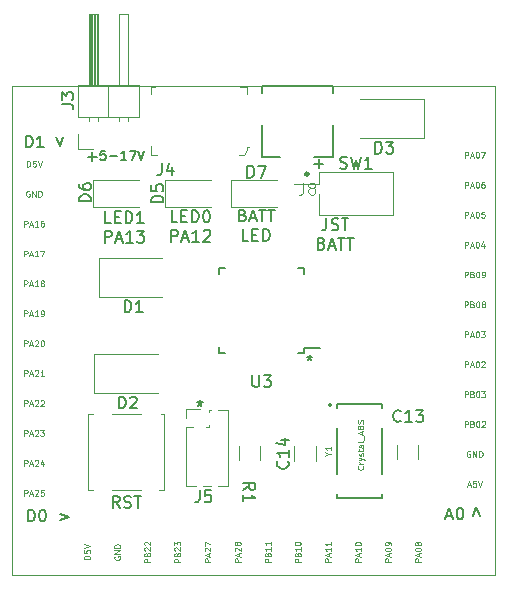
<source format=gbr>
G04 #@! TF.GenerationSoftware,KiCad,Pcbnew,(5.1.4)-1*
G04 #@! TF.CreationDate,2019-10-22T03:03:10-07:00*
G04 #@! TF.ProjectId,SAM_breakout_board,53414d5f-6272-4656-916b-6f75745f626f,rev?*
G04 #@! TF.SameCoordinates,PXd33a380PY5dfc8c0*
G04 #@! TF.FileFunction,Legend,Top*
G04 #@! TF.FilePolarity,Positive*
%FSLAX46Y46*%
G04 Gerber Fmt 4.6, Leading zero omitted, Abs format (unit mm)*
G04 Created by KiCad (PCBNEW (5.1.4)-1) date 2019-10-22 03:03:10*
%MOMM*%
%LPD*%
G04 APERTURE LIST*
%ADD10C,0.150000*%
%ADD11C,0.100000*%
%ADD12C,0.050000*%
%ADD13C,0.200660*%
%ADD14C,0.120000*%
%ADD15C,0.300000*%
%ADD16C,0.127000*%
%ADD17C,0.124460*%
G04 APERTURE END LIST*
D10*
X-31069233Y28437532D02*
X-30307328Y28437532D01*
X-30688280Y28056580D02*
X-30688280Y28818484D01*
X-40777160Y8396220D02*
X-40777160Y8158124D01*
X-41015256Y8253362D02*
X-40777160Y8158124D01*
X-40539065Y8253362D01*
X-40920018Y7967648D02*
X-40777160Y8158124D01*
X-40634303Y7967648D01*
X-31480760Y12226540D02*
X-31480760Y11988444D01*
X-31718856Y12083682D02*
X-31480760Y11988444D01*
X-31242665Y12083682D01*
X-31623618Y11797968D02*
X-31480760Y11988444D01*
X-31337903Y11797968D01*
X-48775444Y29561736D02*
X-49156397Y29561736D01*
X-49194492Y29180783D01*
X-49156397Y29218879D01*
X-49080206Y29256974D01*
X-48889730Y29256974D01*
X-48813540Y29218879D01*
X-48775444Y29180783D01*
X-48737349Y29104593D01*
X-48737349Y28914117D01*
X-48775444Y28837926D01*
X-48813540Y28799831D01*
X-48889730Y28761736D01*
X-49080206Y28761736D01*
X-49156397Y28799831D01*
X-49194492Y28837926D01*
X-48394492Y29066498D02*
X-47784968Y29066498D01*
X-46984968Y28761736D02*
X-47442111Y28761736D01*
X-47213540Y28761736D02*
X-47213540Y29561736D01*
X-47289730Y29447450D01*
X-47365920Y29371260D01*
X-47442111Y29333164D01*
X-46718301Y29561736D02*
X-46184968Y29561736D01*
X-46527825Y28761736D01*
X-45994492Y29561736D02*
X-45727825Y28761736D01*
X-45461159Y29561736D01*
X-30051286Y23826220D02*
X-30051286Y23111934D01*
X-30098905Y22969077D01*
X-30194143Y22873839D01*
X-30337000Y22826220D01*
X-30432239Y22826220D01*
X-29622715Y22873839D02*
X-29479858Y22826220D01*
X-29241762Y22826220D01*
X-29146524Y22873839D01*
X-29098905Y22921458D01*
X-29051286Y23016696D01*
X-29051286Y23111934D01*
X-29098905Y23207172D01*
X-29146524Y23254791D01*
X-29241762Y23302410D01*
X-29432239Y23350029D01*
X-29527477Y23397648D01*
X-29575096Y23445267D01*
X-29622715Y23540505D01*
X-29622715Y23635743D01*
X-29575096Y23730981D01*
X-29527477Y23778600D01*
X-29432239Y23826220D01*
X-29194143Y23826220D01*
X-29051286Y23778600D01*
X-28765572Y23826220D02*
X-28194143Y23826220D01*
X-28479858Y22826220D02*
X-28479858Y23826220D01*
X-30456048Y21700029D02*
X-30313191Y21652410D01*
X-30265572Y21604791D01*
X-30217953Y21509553D01*
X-30217953Y21366696D01*
X-30265572Y21271458D01*
X-30313191Y21223839D01*
X-30408429Y21176220D01*
X-30789381Y21176220D01*
X-30789381Y22176220D01*
X-30456048Y22176220D01*
X-30360810Y22128600D01*
X-30313191Y22080981D01*
X-30265572Y21985743D01*
X-30265572Y21890505D01*
X-30313191Y21795267D01*
X-30360810Y21747648D01*
X-30456048Y21700029D01*
X-30789381Y21700029D01*
X-29837000Y21461934D02*
X-29360810Y21461934D01*
X-29932239Y21176220D02*
X-29598905Y22176220D01*
X-29265572Y21176220D01*
X-29075096Y22176220D02*
X-28503667Y22176220D01*
X-28789381Y21176220D02*
X-28789381Y22176220D01*
X-28313191Y22176220D02*
X-27741762Y22176220D01*
X-28027477Y21176220D02*
X-28027477Y22176220D01*
X-37136248Y24086629D02*
X-36993391Y24039010D01*
X-36945772Y23991391D01*
X-36898153Y23896153D01*
X-36898153Y23753296D01*
X-36945772Y23658058D01*
X-36993391Y23610439D01*
X-37088629Y23562820D01*
X-37469581Y23562820D01*
X-37469581Y24562820D01*
X-37136248Y24562820D01*
X-37041010Y24515200D01*
X-36993391Y24467581D01*
X-36945772Y24372343D01*
X-36945772Y24277105D01*
X-36993391Y24181867D01*
X-37041010Y24134248D01*
X-37136248Y24086629D01*
X-37469581Y24086629D01*
X-36517200Y23848534D02*
X-36041010Y23848534D01*
X-36612439Y23562820D02*
X-36279105Y24562820D01*
X-35945772Y23562820D01*
X-35755296Y24562820D02*
X-35183867Y24562820D01*
X-35469581Y23562820D02*
X-35469581Y24562820D01*
X-34993391Y24562820D02*
X-34421962Y24562820D01*
X-34707677Y23562820D02*
X-34707677Y24562820D01*
X-36660058Y21912820D02*
X-37136248Y21912820D01*
X-37136248Y22912820D01*
X-36326724Y22436629D02*
X-35993391Y22436629D01*
X-35850534Y21912820D02*
X-36326724Y21912820D01*
X-36326724Y22912820D01*
X-35850534Y22912820D01*
X-35421962Y21912820D02*
X-35421962Y22912820D01*
X-35183867Y22912820D01*
X-35041010Y22865200D01*
X-34945772Y22769962D01*
X-34898153Y22674724D01*
X-34850534Y22484248D01*
X-34850534Y22341391D01*
X-34898153Y22150915D01*
X-34945772Y22055677D01*
X-35041010Y21960439D01*
X-35183867Y21912820D01*
X-35421962Y21912820D01*
X-48297008Y23415500D02*
X-48773199Y23415500D01*
X-48773199Y24415500D01*
X-47963675Y23939309D02*
X-47630341Y23939309D01*
X-47487484Y23415500D02*
X-47963675Y23415500D01*
X-47963675Y24415500D01*
X-47487484Y24415500D01*
X-47058913Y23415500D02*
X-47058913Y24415500D01*
X-46820818Y24415500D01*
X-46677960Y24367880D01*
X-46582722Y24272642D01*
X-46535103Y24177404D01*
X-46487484Y23986928D01*
X-46487484Y23844071D01*
X-46535103Y23653595D01*
X-46582722Y23558357D01*
X-46677960Y23463119D01*
X-46820818Y23415500D01*
X-47058913Y23415500D01*
X-45535103Y23415500D02*
X-46106532Y23415500D01*
X-45820818Y23415500D02*
X-45820818Y24415500D01*
X-45916056Y24272642D01*
X-46011294Y24177404D01*
X-46106532Y24129785D01*
X-48820818Y21765500D02*
X-48820818Y22765500D01*
X-48439865Y22765500D01*
X-48344627Y22717880D01*
X-48297008Y22670261D01*
X-48249389Y22575023D01*
X-48249389Y22432166D01*
X-48297008Y22336928D01*
X-48344627Y22289309D01*
X-48439865Y22241690D01*
X-48820818Y22241690D01*
X-47868437Y22051214D02*
X-47392246Y22051214D01*
X-47963675Y21765500D02*
X-47630341Y22765500D01*
X-47297008Y21765500D01*
X-46439865Y21765500D02*
X-47011294Y21765500D01*
X-46725580Y21765500D02*
X-46725580Y22765500D01*
X-46820818Y22622642D01*
X-46916056Y22527404D01*
X-47011294Y22479785D01*
X-46106532Y22765500D02*
X-45487484Y22765500D01*
X-45820818Y22384547D01*
X-45677960Y22384547D01*
X-45582722Y22336928D01*
X-45535103Y22289309D01*
X-45487484Y22194071D01*
X-45487484Y21955976D01*
X-45535103Y21860738D01*
X-45582722Y21813119D01*
X-45677960Y21765500D01*
X-45963675Y21765500D01*
X-46058913Y21813119D01*
X-46106532Y21860738D01*
X-42693768Y23491700D02*
X-43169959Y23491700D01*
X-43169959Y24491700D01*
X-42360435Y24015509D02*
X-42027101Y24015509D01*
X-41884244Y23491700D02*
X-42360435Y23491700D01*
X-42360435Y24491700D01*
X-41884244Y24491700D01*
X-41455673Y23491700D02*
X-41455673Y24491700D01*
X-41217578Y24491700D01*
X-41074720Y24444080D01*
X-40979482Y24348842D01*
X-40931863Y24253604D01*
X-40884244Y24063128D01*
X-40884244Y23920271D01*
X-40931863Y23729795D01*
X-40979482Y23634557D01*
X-41074720Y23539319D01*
X-41217578Y23491700D01*
X-41455673Y23491700D01*
X-40265197Y24491700D02*
X-40169959Y24491700D01*
X-40074720Y24444080D01*
X-40027101Y24396461D01*
X-39979482Y24301223D01*
X-39931863Y24110747D01*
X-39931863Y23872652D01*
X-39979482Y23682176D01*
X-40027101Y23586938D01*
X-40074720Y23539319D01*
X-40169959Y23491700D01*
X-40265197Y23491700D01*
X-40360435Y23539319D01*
X-40408054Y23586938D01*
X-40455673Y23682176D01*
X-40503292Y23872652D01*
X-40503292Y24110747D01*
X-40455673Y24301223D01*
X-40408054Y24396461D01*
X-40360435Y24444080D01*
X-40265197Y24491700D01*
X-43217578Y21841700D02*
X-43217578Y22841700D01*
X-42836625Y22841700D01*
X-42741387Y22794080D01*
X-42693768Y22746461D01*
X-42646149Y22651223D01*
X-42646149Y22508366D01*
X-42693768Y22413128D01*
X-42741387Y22365509D01*
X-42836625Y22317890D01*
X-43217578Y22317890D01*
X-42265197Y22127414D02*
X-41789006Y22127414D01*
X-42360435Y21841700D02*
X-42027101Y22841700D01*
X-41693768Y21841700D01*
X-40836625Y21841700D02*
X-41408054Y21841700D01*
X-41122340Y21841700D02*
X-41122340Y22841700D01*
X-41217578Y22698842D01*
X-41312816Y22603604D01*
X-41408054Y22555985D01*
X-40455673Y22746461D02*
X-40408054Y22794080D01*
X-40312816Y22841700D01*
X-40074720Y22841700D01*
X-39979482Y22794080D01*
X-39931863Y22746461D01*
X-39884244Y22651223D01*
X-39884244Y22555985D01*
X-39931863Y22413128D01*
X-40503292Y21841700D01*
X-39884244Y21841700D01*
X-52353555Y30718713D02*
X-52639269Y29956808D01*
X-52924983Y30718713D01*
X-55505576Y29819340D02*
X-55505576Y30819340D01*
X-55267480Y30819340D01*
X-55124623Y30771720D01*
X-55029385Y30676482D01*
X-54981766Y30581244D01*
X-54934147Y30390768D01*
X-54934147Y30247911D01*
X-54981766Y30057435D01*
X-55029385Y29962197D01*
X-55124623Y29866959D01*
X-55267480Y29819340D01*
X-55505576Y29819340D01*
X-53981766Y29819340D02*
X-54553195Y29819340D01*
X-54267480Y29819340D02*
X-54267480Y30819340D01*
X-54362719Y30676482D01*
X-54457957Y30581244D01*
X-54553195Y30533625D01*
D11*
X-55199233Y26134448D02*
X-55246852Y26158258D01*
X-55318280Y26158258D01*
X-55389709Y26134448D01*
X-55437328Y26086829D01*
X-55461138Y26039210D01*
X-55484947Y25943972D01*
X-55484947Y25872544D01*
X-55461138Y25777306D01*
X-55437328Y25729687D01*
X-55389709Y25682068D01*
X-55318280Y25658258D01*
X-55270661Y25658258D01*
X-55199233Y25682068D01*
X-55175423Y25705877D01*
X-55175423Y25872544D01*
X-55270661Y25872544D01*
X-54961138Y25658258D02*
X-54961138Y26158258D01*
X-54675423Y25658258D01*
X-54675423Y26158258D01*
X-54437328Y25658258D02*
X-54437328Y26158258D01*
X-54318280Y26158258D01*
X-54246852Y26134448D01*
X-54199233Y26086829D01*
X-54175423Y26039210D01*
X-54151614Y25943972D01*
X-54151614Y25872544D01*
X-54175423Y25777306D01*
X-54199233Y25729687D01*
X-54246852Y25682068D01*
X-54318280Y25658258D01*
X-54437328Y25658258D01*
X-55639709Y2860610D02*
X-55639709Y3360610D01*
X-55449233Y3360610D01*
X-55401614Y3336800D01*
X-55377804Y3312991D01*
X-55353995Y3265372D01*
X-55353995Y3193943D01*
X-55377804Y3146324D01*
X-55401614Y3122515D01*
X-55449233Y3098705D01*
X-55639709Y3098705D01*
X-55163519Y3003467D02*
X-54925423Y3003467D01*
X-55211138Y2860610D02*
X-55044471Y3360610D01*
X-54877804Y2860610D01*
X-54734947Y3312991D02*
X-54711138Y3336800D01*
X-54663519Y3360610D01*
X-54544471Y3360610D01*
X-54496852Y3336800D01*
X-54473042Y3312991D01*
X-54449233Y3265372D01*
X-54449233Y3217753D01*
X-54473042Y3146324D01*
X-54758757Y2860610D01*
X-54449233Y2860610D01*
X-54020661Y3193943D02*
X-54020661Y2860610D01*
X-54139709Y3384420D02*
X-54258757Y3027277D01*
X-53949233Y3027277D01*
X-55401614Y28191330D02*
X-55401614Y28691330D01*
X-55282566Y28691330D01*
X-55211138Y28667520D01*
X-55163519Y28619901D01*
X-55139709Y28572282D01*
X-55115900Y28477044D01*
X-55115900Y28405616D01*
X-55139709Y28310378D01*
X-55163519Y28262759D01*
X-55211138Y28215140D01*
X-55282566Y28191330D01*
X-55401614Y28191330D01*
X-54663519Y28691330D02*
X-54901614Y28691330D01*
X-54925423Y28453235D01*
X-54901614Y28477044D01*
X-54853995Y28500854D01*
X-54734947Y28500854D01*
X-54687328Y28477044D01*
X-54663519Y28453235D01*
X-54639709Y28405616D01*
X-54639709Y28286568D01*
X-54663519Y28238949D01*
X-54687328Y28215140D01*
X-54734947Y28191330D01*
X-54853995Y28191330D01*
X-54901614Y28215140D01*
X-54925423Y28238949D01*
X-54496852Y28691330D02*
X-54330185Y28191330D01*
X-54163519Y28691330D01*
X-55639709Y10459826D02*
X-55639709Y10959826D01*
X-55449233Y10959826D01*
X-55401614Y10936016D01*
X-55377804Y10912207D01*
X-55353995Y10864588D01*
X-55353995Y10793159D01*
X-55377804Y10745540D01*
X-55401614Y10721731D01*
X-55449233Y10697921D01*
X-55639709Y10697921D01*
X-55163519Y10602683D02*
X-54925423Y10602683D01*
X-55211138Y10459826D02*
X-55044471Y10959826D01*
X-54877804Y10459826D01*
X-54734947Y10912207D02*
X-54711138Y10936016D01*
X-54663519Y10959826D01*
X-54544471Y10959826D01*
X-54496852Y10936016D01*
X-54473042Y10912207D01*
X-54449233Y10864588D01*
X-54449233Y10816969D01*
X-54473042Y10745540D01*
X-54758757Y10459826D01*
X-54449233Y10459826D01*
X-53973042Y10459826D02*
X-54258757Y10459826D01*
X-54115900Y10459826D02*
X-54115900Y10959826D01*
X-54163519Y10888397D01*
X-54211138Y10840778D01*
X-54258757Y10816969D01*
X-55639709Y20592114D02*
X-55639709Y21092114D01*
X-55449233Y21092114D01*
X-55401614Y21068304D01*
X-55377804Y21044495D01*
X-55353995Y20996876D01*
X-55353995Y20925447D01*
X-55377804Y20877828D01*
X-55401614Y20854019D01*
X-55449233Y20830209D01*
X-55639709Y20830209D01*
X-55163519Y20734971D02*
X-54925423Y20734971D01*
X-55211138Y20592114D02*
X-55044471Y21092114D01*
X-54877804Y20592114D01*
X-54449233Y20592114D02*
X-54734947Y20592114D01*
X-54592090Y20592114D02*
X-54592090Y21092114D01*
X-54639709Y21020685D01*
X-54687328Y20973066D01*
X-54734947Y20949257D01*
X-54282566Y21092114D02*
X-53949233Y21092114D01*
X-54163519Y20592114D01*
X-55639709Y7926754D02*
X-55639709Y8426754D01*
X-55449233Y8426754D01*
X-55401614Y8402944D01*
X-55377804Y8379135D01*
X-55353995Y8331516D01*
X-55353995Y8260087D01*
X-55377804Y8212468D01*
X-55401614Y8188659D01*
X-55449233Y8164849D01*
X-55639709Y8164849D01*
X-55163519Y8069611D02*
X-54925423Y8069611D01*
X-55211138Y7926754D02*
X-55044471Y8426754D01*
X-54877804Y7926754D01*
X-54734947Y8379135D02*
X-54711138Y8402944D01*
X-54663519Y8426754D01*
X-54544471Y8426754D01*
X-54496852Y8402944D01*
X-54473042Y8379135D01*
X-54449233Y8331516D01*
X-54449233Y8283897D01*
X-54473042Y8212468D01*
X-54758757Y7926754D01*
X-54449233Y7926754D01*
X-54258757Y8379135D02*
X-54234947Y8402944D01*
X-54187328Y8426754D01*
X-54068280Y8426754D01*
X-54020661Y8402944D01*
X-53996852Y8379135D01*
X-53973042Y8331516D01*
X-53973042Y8283897D01*
X-53996852Y8212468D01*
X-54282566Y7926754D01*
X-53973042Y7926754D01*
X-55639709Y15525970D02*
X-55639709Y16025970D01*
X-55449233Y16025970D01*
X-55401614Y16002160D01*
X-55377804Y15978351D01*
X-55353995Y15930732D01*
X-55353995Y15859303D01*
X-55377804Y15811684D01*
X-55401614Y15787875D01*
X-55449233Y15764065D01*
X-55639709Y15764065D01*
X-55163519Y15668827D02*
X-54925423Y15668827D01*
X-55211138Y15525970D02*
X-55044471Y16025970D01*
X-54877804Y15525970D01*
X-54449233Y15525970D02*
X-54734947Y15525970D01*
X-54592090Y15525970D02*
X-54592090Y16025970D01*
X-54639709Y15954541D01*
X-54687328Y15906922D01*
X-54734947Y15883113D01*
X-54211138Y15525970D02*
X-54115900Y15525970D01*
X-54068280Y15549780D01*
X-54044471Y15573589D01*
X-53996852Y15645018D01*
X-53973042Y15740256D01*
X-53973042Y15930732D01*
X-53996852Y15978351D01*
X-54020661Y16002160D01*
X-54068280Y16025970D01*
X-54163519Y16025970D01*
X-54211138Y16002160D01*
X-54234947Y15978351D01*
X-54258757Y15930732D01*
X-54258757Y15811684D01*
X-54234947Y15764065D01*
X-54211138Y15740256D01*
X-54163519Y15716446D01*
X-54068280Y15716446D01*
X-54020661Y15740256D01*
X-53996852Y15764065D01*
X-53973042Y15811684D01*
X-55639709Y327530D02*
X-55639709Y827530D01*
X-55449233Y827530D01*
X-55401614Y803720D01*
X-55377804Y779911D01*
X-55353995Y732292D01*
X-55353995Y660863D01*
X-55377804Y613244D01*
X-55401614Y589435D01*
X-55449233Y565625D01*
X-55639709Y565625D01*
X-55163519Y470387D02*
X-54925423Y470387D01*
X-55211138Y327530D02*
X-55044471Y827530D01*
X-54877804Y327530D01*
X-54734947Y779911D02*
X-54711138Y803720D01*
X-54663519Y827530D01*
X-54544471Y827530D01*
X-54496852Y803720D01*
X-54473042Y779911D01*
X-54449233Y732292D01*
X-54449233Y684673D01*
X-54473042Y613244D01*
X-54758757Y327530D01*
X-54449233Y327530D01*
X-53996852Y827530D02*
X-54234947Y827530D01*
X-54258757Y589435D01*
X-54234947Y613244D01*
X-54187328Y637054D01*
X-54068280Y637054D01*
X-54020661Y613244D01*
X-53996852Y589435D01*
X-53973042Y541816D01*
X-53973042Y422768D01*
X-53996852Y375149D01*
X-54020661Y351340D01*
X-54068280Y327530D01*
X-54187328Y327530D01*
X-54234947Y351340D01*
X-54258757Y375149D01*
X-55639709Y18059042D02*
X-55639709Y18559042D01*
X-55449233Y18559042D01*
X-55401614Y18535232D01*
X-55377804Y18511423D01*
X-55353995Y18463804D01*
X-55353995Y18392375D01*
X-55377804Y18344756D01*
X-55401614Y18320947D01*
X-55449233Y18297137D01*
X-55639709Y18297137D01*
X-55163519Y18201899D02*
X-54925423Y18201899D01*
X-55211138Y18059042D02*
X-55044471Y18559042D01*
X-54877804Y18059042D01*
X-54449233Y18059042D02*
X-54734947Y18059042D01*
X-54592090Y18059042D02*
X-54592090Y18559042D01*
X-54639709Y18487613D01*
X-54687328Y18439994D01*
X-54734947Y18416185D01*
X-54163519Y18344756D02*
X-54211138Y18368566D01*
X-54234947Y18392375D01*
X-54258757Y18439994D01*
X-54258757Y18463804D01*
X-54234947Y18511423D01*
X-54211138Y18535232D01*
X-54163519Y18559042D01*
X-54068280Y18559042D01*
X-54020661Y18535232D01*
X-53996852Y18511423D01*
X-53973042Y18463804D01*
X-53973042Y18439994D01*
X-53996852Y18392375D01*
X-54020661Y18368566D01*
X-54068280Y18344756D01*
X-54163519Y18344756D01*
X-54211138Y18320947D01*
X-54234947Y18297137D01*
X-54258757Y18249518D01*
X-54258757Y18154280D01*
X-54234947Y18106661D01*
X-54211138Y18082852D01*
X-54163519Y18059042D01*
X-54068280Y18059042D01*
X-54020661Y18082852D01*
X-53996852Y18106661D01*
X-53973042Y18154280D01*
X-53973042Y18249518D01*
X-53996852Y18297137D01*
X-54020661Y18320947D01*
X-54068280Y18344756D01*
X-55639709Y5393682D02*
X-55639709Y5893682D01*
X-55449233Y5893682D01*
X-55401614Y5869872D01*
X-55377804Y5846063D01*
X-55353995Y5798444D01*
X-55353995Y5727015D01*
X-55377804Y5679396D01*
X-55401614Y5655587D01*
X-55449233Y5631777D01*
X-55639709Y5631777D01*
X-55163519Y5536539D02*
X-54925423Y5536539D01*
X-55211138Y5393682D02*
X-55044471Y5893682D01*
X-54877804Y5393682D01*
X-54734947Y5846063D02*
X-54711138Y5869872D01*
X-54663519Y5893682D01*
X-54544471Y5893682D01*
X-54496852Y5869872D01*
X-54473042Y5846063D01*
X-54449233Y5798444D01*
X-54449233Y5750825D01*
X-54473042Y5679396D01*
X-54758757Y5393682D01*
X-54449233Y5393682D01*
X-54282566Y5893682D02*
X-53973042Y5893682D01*
X-54139709Y5703206D01*
X-54068280Y5703206D01*
X-54020661Y5679396D01*
X-53996852Y5655587D01*
X-53973042Y5607968D01*
X-53973042Y5488920D01*
X-53996852Y5441301D01*
X-54020661Y5417492D01*
X-54068280Y5393682D01*
X-54211138Y5393682D01*
X-54258757Y5417492D01*
X-54282566Y5441301D01*
X-55639709Y12992898D02*
X-55639709Y13492898D01*
X-55449233Y13492898D01*
X-55401614Y13469088D01*
X-55377804Y13445279D01*
X-55353995Y13397660D01*
X-55353995Y13326231D01*
X-55377804Y13278612D01*
X-55401614Y13254803D01*
X-55449233Y13230993D01*
X-55639709Y13230993D01*
X-55163519Y13135755D02*
X-54925423Y13135755D01*
X-55211138Y12992898D02*
X-55044471Y13492898D01*
X-54877804Y12992898D01*
X-54734947Y13445279D02*
X-54711138Y13469088D01*
X-54663519Y13492898D01*
X-54544471Y13492898D01*
X-54496852Y13469088D01*
X-54473042Y13445279D01*
X-54449233Y13397660D01*
X-54449233Y13350041D01*
X-54473042Y13278612D01*
X-54758757Y12992898D01*
X-54449233Y12992898D01*
X-54139709Y13492898D02*
X-54092090Y13492898D01*
X-54044471Y13469088D01*
X-54020661Y13445279D01*
X-53996852Y13397660D01*
X-53973042Y13302422D01*
X-53973042Y13183374D01*
X-53996852Y13088136D01*
X-54020661Y13040517D01*
X-54044471Y13016708D01*
X-54092090Y12992898D01*
X-54139709Y12992898D01*
X-54187328Y13016708D01*
X-54211138Y13040517D01*
X-54234947Y13088136D01*
X-54258757Y13183374D01*
X-54258757Y13302422D01*
X-54234947Y13397660D01*
X-54211138Y13445279D01*
X-54187328Y13469088D01*
X-54139709Y13492898D01*
X-55639709Y23125186D02*
X-55639709Y23625186D01*
X-55449233Y23625186D01*
X-55401614Y23601376D01*
X-55377804Y23577567D01*
X-55353995Y23529948D01*
X-55353995Y23458519D01*
X-55377804Y23410900D01*
X-55401614Y23387091D01*
X-55449233Y23363281D01*
X-55639709Y23363281D01*
X-55163519Y23268043D02*
X-54925423Y23268043D01*
X-55211138Y23125186D02*
X-55044471Y23625186D01*
X-54877804Y23125186D01*
X-54449233Y23125186D02*
X-54734947Y23125186D01*
X-54592090Y23125186D02*
X-54592090Y23625186D01*
X-54639709Y23553757D01*
X-54687328Y23506138D01*
X-54734947Y23482329D01*
X-54020661Y23625186D02*
X-54115900Y23625186D01*
X-54163519Y23601376D01*
X-54187328Y23577567D01*
X-54234947Y23506138D01*
X-54258757Y23410900D01*
X-54258757Y23220424D01*
X-54234947Y23172805D01*
X-54211138Y23148996D01*
X-54163519Y23125186D01*
X-54068280Y23125186D01*
X-54020661Y23148996D01*
X-53996852Y23172805D01*
X-53973042Y23220424D01*
X-53973042Y23339472D01*
X-53996852Y23387091D01*
X-54020661Y23410900D01*
X-54068280Y23434710D01*
X-54163519Y23434710D01*
X-54211138Y23410900D01*
X-54234947Y23387091D01*
X-54258757Y23339472D01*
D10*
X-55321936Y-1839220D02*
X-55321936Y-839220D01*
X-55083840Y-839220D01*
X-54940983Y-886840D01*
X-54845745Y-982078D01*
X-54798126Y-1077316D01*
X-54750507Y-1267792D01*
X-54750507Y-1410649D01*
X-54798126Y-1601125D01*
X-54845745Y-1696363D01*
X-54940983Y-1791601D01*
X-55083840Y-1839220D01*
X-55321936Y-1839220D01*
X-54131460Y-839220D02*
X-54036221Y-839220D01*
X-53940983Y-886840D01*
X-53893364Y-934459D01*
X-53845745Y-1029697D01*
X-53798126Y-1220173D01*
X-53798126Y-1458268D01*
X-53845745Y-1648744D01*
X-53893364Y-1743982D01*
X-53940983Y-1791601D01*
X-54036221Y-1839220D01*
X-54131460Y-1839220D01*
X-54226698Y-1791601D01*
X-54274317Y-1743982D01*
X-54321936Y-1648744D01*
X-54369555Y-1458268D01*
X-54369555Y-1220173D01*
X-54321936Y-1029697D01*
X-54274317Y-934459D01*
X-54226698Y-886840D01*
X-54131460Y-839220D01*
X-52607650Y-1172554D02*
X-51845745Y-1458268D01*
X-52607650Y-1743982D01*
D11*
X-22042690Y-5261348D02*
X-22542690Y-5261348D01*
X-22542690Y-5070872D01*
X-22518880Y-5023253D01*
X-22495071Y-4999443D01*
X-22447452Y-4975634D01*
X-22376023Y-4975634D01*
X-22328404Y-4999443D01*
X-22304595Y-5023253D01*
X-22280785Y-5070872D01*
X-22280785Y-5261348D01*
X-22185547Y-4785158D02*
X-22185547Y-4547062D01*
X-22042690Y-4832777D02*
X-22542690Y-4666110D01*
X-22042690Y-4499443D01*
X-22542690Y-4237539D02*
X-22542690Y-4189920D01*
X-22518880Y-4142300D01*
X-22495071Y-4118491D01*
X-22447452Y-4094681D01*
X-22352214Y-4070872D01*
X-22233166Y-4070872D01*
X-22137928Y-4094681D01*
X-22090309Y-4118491D01*
X-22066500Y-4142300D01*
X-22042690Y-4189920D01*
X-22042690Y-4237539D01*
X-22066500Y-4285158D01*
X-22090309Y-4308967D01*
X-22137928Y-4332777D01*
X-22233166Y-4356586D01*
X-22352214Y-4356586D01*
X-22447452Y-4332777D01*
X-22495071Y-4308967D01*
X-22518880Y-4285158D01*
X-22542690Y-4237539D01*
X-22328404Y-3785158D02*
X-22352214Y-3832777D01*
X-22376023Y-3856586D01*
X-22423642Y-3880396D01*
X-22447452Y-3880396D01*
X-22495071Y-3856586D01*
X-22518880Y-3832777D01*
X-22542690Y-3785158D01*
X-22542690Y-3689920D01*
X-22518880Y-3642300D01*
X-22495071Y-3618491D01*
X-22447452Y-3594681D01*
X-22423642Y-3594681D01*
X-22376023Y-3618491D01*
X-22352214Y-3642300D01*
X-22328404Y-3689920D01*
X-22328404Y-3785158D01*
X-22304595Y-3832777D01*
X-22280785Y-3856586D01*
X-22233166Y-3880396D01*
X-22137928Y-3880396D01*
X-22090309Y-3856586D01*
X-22066500Y-3832777D01*
X-22042690Y-3785158D01*
X-22042690Y-3689920D01*
X-22066500Y-3642300D01*
X-22090309Y-3618491D01*
X-22137928Y-3594681D01*
X-22233166Y-3594681D01*
X-22280785Y-3618491D01*
X-22304595Y-3642300D01*
X-22328404Y-3689920D01*
X-24589790Y-5261348D02*
X-25089790Y-5261348D01*
X-25089790Y-5070872D01*
X-25065980Y-5023253D01*
X-25042171Y-4999443D01*
X-24994552Y-4975634D01*
X-24923123Y-4975634D01*
X-24875504Y-4999443D01*
X-24851695Y-5023253D01*
X-24827885Y-5070872D01*
X-24827885Y-5261348D01*
X-24732647Y-4785158D02*
X-24732647Y-4547062D01*
X-24589790Y-4832777D02*
X-25089790Y-4666110D01*
X-24589790Y-4499443D01*
X-25089790Y-4237539D02*
X-25089790Y-4189920D01*
X-25065980Y-4142300D01*
X-25042171Y-4118491D01*
X-24994552Y-4094681D01*
X-24899314Y-4070872D01*
X-24780266Y-4070872D01*
X-24685028Y-4094681D01*
X-24637409Y-4118491D01*
X-24613600Y-4142300D01*
X-24589790Y-4189920D01*
X-24589790Y-4237539D01*
X-24613600Y-4285158D01*
X-24637409Y-4308967D01*
X-24685028Y-4332777D01*
X-24780266Y-4356586D01*
X-24899314Y-4356586D01*
X-24994552Y-4332777D01*
X-25042171Y-4308967D01*
X-25065980Y-4285158D01*
X-25089790Y-4237539D01*
X-24589790Y-3832777D02*
X-24589790Y-3737539D01*
X-24613600Y-3689920D01*
X-24637409Y-3666110D01*
X-24708838Y-3618491D01*
X-24804076Y-3594681D01*
X-24994552Y-3594681D01*
X-25042171Y-3618491D01*
X-25065980Y-3642300D01*
X-25089790Y-3689920D01*
X-25089790Y-3785158D01*
X-25065980Y-3832777D01*
X-25042171Y-3856586D01*
X-24994552Y-3880396D01*
X-24875504Y-3880396D01*
X-24827885Y-3856586D01*
X-24804076Y-3832777D01*
X-24780266Y-3785158D01*
X-24780266Y-3689920D01*
X-24804076Y-3642300D01*
X-24827885Y-3618491D01*
X-24875504Y-3594681D01*
X-27136884Y-5261348D02*
X-27636884Y-5261348D01*
X-27636884Y-5070872D01*
X-27613074Y-5023253D01*
X-27589265Y-4999443D01*
X-27541646Y-4975634D01*
X-27470217Y-4975634D01*
X-27422598Y-4999443D01*
X-27398789Y-5023253D01*
X-27374979Y-5070872D01*
X-27374979Y-5261348D01*
X-27279741Y-4785158D02*
X-27279741Y-4547062D01*
X-27136884Y-4832777D02*
X-27636884Y-4666110D01*
X-27136884Y-4499443D01*
X-27136884Y-4070872D02*
X-27136884Y-4356586D01*
X-27136884Y-4213729D02*
X-27636884Y-4213729D01*
X-27565455Y-4261348D01*
X-27517836Y-4308967D01*
X-27494027Y-4356586D01*
X-27636884Y-3761348D02*
X-27636884Y-3713729D01*
X-27613074Y-3666110D01*
X-27589265Y-3642300D01*
X-27541646Y-3618491D01*
X-27446408Y-3594681D01*
X-27327360Y-3594681D01*
X-27232122Y-3618491D01*
X-27184503Y-3642300D01*
X-27160694Y-3666110D01*
X-27136884Y-3713729D01*
X-27136884Y-3761348D01*
X-27160694Y-3808967D01*
X-27184503Y-3832777D01*
X-27232122Y-3856586D01*
X-27327360Y-3880396D01*
X-27446408Y-3880396D01*
X-27541646Y-3856586D01*
X-27589265Y-3832777D01*
X-27613074Y-3808967D01*
X-27636884Y-3761348D01*
X-29683978Y-5261348D02*
X-30183978Y-5261348D01*
X-30183978Y-5070872D01*
X-30160168Y-5023253D01*
X-30136359Y-4999443D01*
X-30088740Y-4975634D01*
X-30017311Y-4975634D01*
X-29969692Y-4999443D01*
X-29945883Y-5023253D01*
X-29922073Y-5070872D01*
X-29922073Y-5261348D01*
X-29826835Y-4785158D02*
X-29826835Y-4547062D01*
X-29683978Y-4832777D02*
X-30183978Y-4666110D01*
X-29683978Y-4499443D01*
X-29683978Y-4070872D02*
X-29683978Y-4356586D01*
X-29683978Y-4213729D02*
X-30183978Y-4213729D01*
X-30112549Y-4261348D01*
X-30064930Y-4308967D01*
X-30041121Y-4356586D01*
X-29683978Y-3594681D02*
X-29683978Y-3880396D01*
X-29683978Y-3737539D02*
X-30183978Y-3737539D01*
X-30112549Y-3785158D01*
X-30064930Y-3832777D01*
X-30041121Y-3880396D01*
X-32231072Y-5297063D02*
X-32731072Y-5297063D01*
X-32731072Y-5106587D01*
X-32707262Y-5058968D01*
X-32683453Y-5035159D01*
X-32635834Y-5011349D01*
X-32564405Y-5011349D01*
X-32516786Y-5035159D01*
X-32492977Y-5058968D01*
X-32469167Y-5106587D01*
X-32469167Y-5297063D01*
X-32492977Y-4630397D02*
X-32469167Y-4558968D01*
X-32445358Y-4535159D01*
X-32397739Y-4511349D01*
X-32326310Y-4511349D01*
X-32278691Y-4535159D01*
X-32254882Y-4558968D01*
X-32231072Y-4606587D01*
X-32231072Y-4797063D01*
X-32731072Y-4797063D01*
X-32731072Y-4630397D01*
X-32707262Y-4582778D01*
X-32683453Y-4558968D01*
X-32635834Y-4535159D01*
X-32588215Y-4535159D01*
X-32540596Y-4558968D01*
X-32516786Y-4582778D01*
X-32492977Y-4630397D01*
X-32492977Y-4797063D01*
X-32231072Y-4035159D02*
X-32231072Y-4320873D01*
X-32231072Y-4178016D02*
X-32731072Y-4178016D01*
X-32659643Y-4225635D01*
X-32612024Y-4273254D01*
X-32588215Y-4320873D01*
X-32731072Y-3725635D02*
X-32731072Y-3678016D01*
X-32707262Y-3630397D01*
X-32683453Y-3606587D01*
X-32635834Y-3582778D01*
X-32540596Y-3558968D01*
X-32421548Y-3558968D01*
X-32326310Y-3582778D01*
X-32278691Y-3606587D01*
X-32254882Y-3630397D01*
X-32231072Y-3678016D01*
X-32231072Y-3725635D01*
X-32254882Y-3773254D01*
X-32278691Y-3797063D01*
X-32326310Y-3820873D01*
X-32421548Y-3844682D01*
X-32540596Y-3844682D01*
X-32635834Y-3820873D01*
X-32683453Y-3797063D01*
X-32707262Y-3773254D01*
X-32731072Y-3725635D01*
X-34778166Y-5297063D02*
X-35278166Y-5297063D01*
X-35278166Y-5106587D01*
X-35254356Y-5058968D01*
X-35230547Y-5035159D01*
X-35182928Y-5011349D01*
X-35111499Y-5011349D01*
X-35063880Y-5035159D01*
X-35040071Y-5058968D01*
X-35016261Y-5106587D01*
X-35016261Y-5297063D01*
X-35040071Y-4630397D02*
X-35016261Y-4558968D01*
X-34992452Y-4535159D01*
X-34944833Y-4511349D01*
X-34873404Y-4511349D01*
X-34825785Y-4535159D01*
X-34801976Y-4558968D01*
X-34778166Y-4606587D01*
X-34778166Y-4797063D01*
X-35278166Y-4797063D01*
X-35278166Y-4630397D01*
X-35254356Y-4582778D01*
X-35230547Y-4558968D01*
X-35182928Y-4535159D01*
X-35135309Y-4535159D01*
X-35087690Y-4558968D01*
X-35063880Y-4582778D01*
X-35040071Y-4630397D01*
X-35040071Y-4797063D01*
X-34778166Y-4035159D02*
X-34778166Y-4320873D01*
X-34778166Y-4178016D02*
X-35278166Y-4178016D01*
X-35206737Y-4225635D01*
X-35159118Y-4273254D01*
X-35135309Y-4320873D01*
X-34778166Y-3558968D02*
X-34778166Y-3844682D01*
X-34778166Y-3701825D02*
X-35278166Y-3701825D01*
X-35206737Y-3749444D01*
X-35159118Y-3797063D01*
X-35135309Y-3844682D01*
X-37325260Y-5261348D02*
X-37825260Y-5261348D01*
X-37825260Y-5070872D01*
X-37801450Y-5023253D01*
X-37777641Y-4999443D01*
X-37730022Y-4975634D01*
X-37658593Y-4975634D01*
X-37610974Y-4999443D01*
X-37587165Y-5023253D01*
X-37563355Y-5070872D01*
X-37563355Y-5261348D01*
X-37468117Y-4785158D02*
X-37468117Y-4547062D01*
X-37325260Y-4832777D02*
X-37825260Y-4666110D01*
X-37325260Y-4499443D01*
X-37777641Y-4356586D02*
X-37801450Y-4332777D01*
X-37825260Y-4285158D01*
X-37825260Y-4166110D01*
X-37801450Y-4118491D01*
X-37777641Y-4094681D01*
X-37730022Y-4070872D01*
X-37682403Y-4070872D01*
X-37610974Y-4094681D01*
X-37325260Y-4380396D01*
X-37325260Y-4070872D01*
X-37610974Y-3785158D02*
X-37634784Y-3832777D01*
X-37658593Y-3856586D01*
X-37706212Y-3880396D01*
X-37730022Y-3880396D01*
X-37777641Y-3856586D01*
X-37801450Y-3832777D01*
X-37825260Y-3785158D01*
X-37825260Y-3689920D01*
X-37801450Y-3642300D01*
X-37777641Y-3618491D01*
X-37730022Y-3594681D01*
X-37706212Y-3594681D01*
X-37658593Y-3618491D01*
X-37634784Y-3642300D01*
X-37610974Y-3689920D01*
X-37610974Y-3785158D01*
X-37587165Y-3832777D01*
X-37563355Y-3856586D01*
X-37515736Y-3880396D01*
X-37420498Y-3880396D01*
X-37372879Y-3856586D01*
X-37349070Y-3832777D01*
X-37325260Y-3785158D01*
X-37325260Y-3689920D01*
X-37349070Y-3642300D01*
X-37372879Y-3618491D01*
X-37420498Y-3594681D01*
X-37515736Y-3594681D01*
X-37563355Y-3618491D01*
X-37587165Y-3642300D01*
X-37610974Y-3689920D01*
X-39872354Y-5261348D02*
X-40372354Y-5261348D01*
X-40372354Y-5070872D01*
X-40348544Y-5023253D01*
X-40324735Y-4999443D01*
X-40277116Y-4975634D01*
X-40205687Y-4975634D01*
X-40158068Y-4999443D01*
X-40134259Y-5023253D01*
X-40110449Y-5070872D01*
X-40110449Y-5261348D01*
X-40015211Y-4785158D02*
X-40015211Y-4547062D01*
X-39872354Y-4832777D02*
X-40372354Y-4666110D01*
X-39872354Y-4499443D01*
X-40324735Y-4356586D02*
X-40348544Y-4332777D01*
X-40372354Y-4285158D01*
X-40372354Y-4166110D01*
X-40348544Y-4118491D01*
X-40324735Y-4094681D01*
X-40277116Y-4070872D01*
X-40229497Y-4070872D01*
X-40158068Y-4094681D01*
X-39872354Y-4380396D01*
X-39872354Y-4070872D01*
X-40372354Y-3904205D02*
X-40372354Y-3570872D01*
X-39872354Y-3785158D01*
X-42419448Y-5297063D02*
X-42919448Y-5297063D01*
X-42919448Y-5106587D01*
X-42895638Y-5058968D01*
X-42871829Y-5035159D01*
X-42824210Y-5011349D01*
X-42752781Y-5011349D01*
X-42705162Y-5035159D01*
X-42681353Y-5058968D01*
X-42657543Y-5106587D01*
X-42657543Y-5297063D01*
X-42681353Y-4630397D02*
X-42657543Y-4558968D01*
X-42633734Y-4535159D01*
X-42586115Y-4511349D01*
X-42514686Y-4511349D01*
X-42467067Y-4535159D01*
X-42443258Y-4558968D01*
X-42419448Y-4606587D01*
X-42419448Y-4797063D01*
X-42919448Y-4797063D01*
X-42919448Y-4630397D01*
X-42895638Y-4582778D01*
X-42871829Y-4558968D01*
X-42824210Y-4535159D01*
X-42776591Y-4535159D01*
X-42728972Y-4558968D01*
X-42705162Y-4582778D01*
X-42681353Y-4630397D01*
X-42681353Y-4797063D01*
X-42871829Y-4320873D02*
X-42895638Y-4297063D01*
X-42919448Y-4249444D01*
X-42919448Y-4130397D01*
X-42895638Y-4082778D01*
X-42871829Y-4058968D01*
X-42824210Y-4035159D01*
X-42776591Y-4035159D01*
X-42705162Y-4058968D01*
X-42419448Y-4344682D01*
X-42419448Y-4035159D01*
X-42919448Y-3868492D02*
X-42919448Y-3558968D01*
X-42728972Y-3725635D01*
X-42728972Y-3654206D01*
X-42705162Y-3606587D01*
X-42681353Y-3582778D01*
X-42633734Y-3558968D01*
X-42514686Y-3558968D01*
X-42467067Y-3582778D01*
X-42443258Y-3606587D01*
X-42419448Y-3654206D01*
X-42419448Y-3797063D01*
X-42443258Y-3844682D01*
X-42467067Y-3868492D01*
X-44966542Y-5297063D02*
X-45466542Y-5297063D01*
X-45466542Y-5106587D01*
X-45442732Y-5058968D01*
X-45418923Y-5035159D01*
X-45371304Y-5011349D01*
X-45299875Y-5011349D01*
X-45252256Y-5035159D01*
X-45228447Y-5058968D01*
X-45204637Y-5106587D01*
X-45204637Y-5297063D01*
X-45228447Y-4630397D02*
X-45204637Y-4558968D01*
X-45180828Y-4535159D01*
X-45133209Y-4511349D01*
X-45061780Y-4511349D01*
X-45014161Y-4535159D01*
X-44990352Y-4558968D01*
X-44966542Y-4606587D01*
X-44966542Y-4797063D01*
X-45466542Y-4797063D01*
X-45466542Y-4630397D01*
X-45442732Y-4582778D01*
X-45418923Y-4558968D01*
X-45371304Y-4535159D01*
X-45323685Y-4535159D01*
X-45276066Y-4558968D01*
X-45252256Y-4582778D01*
X-45228447Y-4630397D01*
X-45228447Y-4797063D01*
X-45418923Y-4320873D02*
X-45442732Y-4297063D01*
X-45466542Y-4249444D01*
X-45466542Y-4130397D01*
X-45442732Y-4082778D01*
X-45418923Y-4058968D01*
X-45371304Y-4035159D01*
X-45323685Y-4035159D01*
X-45252256Y-4058968D01*
X-44966542Y-4344682D01*
X-44966542Y-4035159D01*
X-45418923Y-3844682D02*
X-45442732Y-3820873D01*
X-45466542Y-3773254D01*
X-45466542Y-3654206D01*
X-45442732Y-3606587D01*
X-45418923Y-3582778D01*
X-45371304Y-3558968D01*
X-45323685Y-3558968D01*
X-45252256Y-3582778D01*
X-44966542Y-3868492D01*
X-44966542Y-3558968D01*
X-47989826Y-4820872D02*
X-48013636Y-4868491D01*
X-48013636Y-4939920D01*
X-47989826Y-5011348D01*
X-47942207Y-5058967D01*
X-47894588Y-5082777D01*
X-47799350Y-5106586D01*
X-47727922Y-5106586D01*
X-47632684Y-5082777D01*
X-47585065Y-5058967D01*
X-47537446Y-5011348D01*
X-47513636Y-4939920D01*
X-47513636Y-4892300D01*
X-47537446Y-4820872D01*
X-47561255Y-4797062D01*
X-47727922Y-4797062D01*
X-47727922Y-4892300D01*
X-47513636Y-4582777D02*
X-48013636Y-4582777D01*
X-47513636Y-4297062D01*
X-48013636Y-4297062D01*
X-47513636Y-4058967D02*
X-48013636Y-4058967D01*
X-48013636Y-3939920D01*
X-47989826Y-3868491D01*
X-47942207Y-3820872D01*
X-47894588Y-3797062D01*
X-47799350Y-3773253D01*
X-47727922Y-3773253D01*
X-47632684Y-3797062D01*
X-47585065Y-3820872D01*
X-47537446Y-3868491D01*
X-47513636Y-3939920D01*
X-47513636Y-4058967D01*
X-50060730Y-5023253D02*
X-50560730Y-5023253D01*
X-50560730Y-4904205D01*
X-50536920Y-4832777D01*
X-50489301Y-4785158D01*
X-50441682Y-4761348D01*
X-50346444Y-4737539D01*
X-50275016Y-4737539D01*
X-50179778Y-4761348D01*
X-50132159Y-4785158D01*
X-50084540Y-4832777D01*
X-50060730Y-4904205D01*
X-50060730Y-5023253D01*
X-50560730Y-4285158D02*
X-50560730Y-4523253D01*
X-50322635Y-4547062D01*
X-50346444Y-4523253D01*
X-50370254Y-4475634D01*
X-50370254Y-4356586D01*
X-50346444Y-4308967D01*
X-50322635Y-4285158D01*
X-50275016Y-4261348D01*
X-50155968Y-4261348D01*
X-50108349Y-4285158D01*
X-50084540Y-4308967D01*
X-50060730Y-4356586D01*
X-50060730Y-4475634D01*
X-50084540Y-4523253D01*
X-50108349Y-4547062D01*
X-50560730Y-4118491D02*
X-50060730Y-3951824D01*
X-50560730Y-3785158D01*
X-18322029Y28948250D02*
X-18322029Y29448250D01*
X-18131553Y29448250D01*
X-18083934Y29424440D01*
X-18060124Y29400631D01*
X-18036315Y29353012D01*
X-18036315Y29281583D01*
X-18060124Y29233964D01*
X-18083934Y29210155D01*
X-18131553Y29186345D01*
X-18322029Y29186345D01*
X-17845839Y29091107D02*
X-17607743Y29091107D01*
X-17893458Y28948250D02*
X-17726791Y29448250D01*
X-17560124Y28948250D01*
X-17298220Y29448250D02*
X-17250600Y29448250D01*
X-17202981Y29424440D01*
X-17179172Y29400631D01*
X-17155362Y29353012D01*
X-17131553Y29257774D01*
X-17131553Y29138726D01*
X-17155362Y29043488D01*
X-17179172Y28995869D01*
X-17202981Y28972060D01*
X-17250600Y28948250D01*
X-17298220Y28948250D01*
X-17345839Y28972060D01*
X-17369648Y28995869D01*
X-17393458Y29043488D01*
X-17417267Y29138726D01*
X-17417267Y29257774D01*
X-17393458Y29353012D01*
X-17369648Y29400631D01*
X-17345839Y29424440D01*
X-17298220Y29448250D01*
X-16964886Y29448250D02*
X-16631553Y29448250D01*
X-16845839Y28948250D01*
X-18322029Y26415178D02*
X-18322029Y26915178D01*
X-18131553Y26915178D01*
X-18083934Y26891368D01*
X-18060124Y26867559D01*
X-18036315Y26819940D01*
X-18036315Y26748511D01*
X-18060124Y26700892D01*
X-18083934Y26677083D01*
X-18131553Y26653273D01*
X-18322029Y26653273D01*
X-17845839Y26558035D02*
X-17607743Y26558035D01*
X-17893458Y26415178D02*
X-17726791Y26915178D01*
X-17560124Y26415178D01*
X-17298220Y26915178D02*
X-17250600Y26915178D01*
X-17202981Y26891368D01*
X-17179172Y26867559D01*
X-17155362Y26819940D01*
X-17131553Y26724702D01*
X-17131553Y26605654D01*
X-17155362Y26510416D01*
X-17179172Y26462797D01*
X-17202981Y26438988D01*
X-17250600Y26415178D01*
X-17298220Y26415178D01*
X-17345839Y26438988D01*
X-17369648Y26462797D01*
X-17393458Y26510416D01*
X-17417267Y26605654D01*
X-17417267Y26724702D01*
X-17393458Y26819940D01*
X-17369648Y26867559D01*
X-17345839Y26891368D01*
X-17298220Y26915178D01*
X-16702981Y26915178D02*
X-16798220Y26915178D01*
X-16845839Y26891368D01*
X-16869648Y26867559D01*
X-16917267Y26796130D01*
X-16941077Y26700892D01*
X-16941077Y26510416D01*
X-16917267Y26462797D01*
X-16893458Y26438988D01*
X-16845839Y26415178D01*
X-16750600Y26415178D01*
X-16702981Y26438988D01*
X-16679172Y26462797D01*
X-16655362Y26510416D01*
X-16655362Y26629464D01*
X-16679172Y26677083D01*
X-16702981Y26700892D01*
X-16750600Y26724702D01*
X-16845839Y26724702D01*
X-16893458Y26700892D01*
X-16917267Y26677083D01*
X-16941077Y26629464D01*
X-18322029Y23882106D02*
X-18322029Y24382106D01*
X-18131553Y24382106D01*
X-18083934Y24358296D01*
X-18060124Y24334487D01*
X-18036315Y24286868D01*
X-18036315Y24215439D01*
X-18060124Y24167820D01*
X-18083934Y24144011D01*
X-18131553Y24120201D01*
X-18322029Y24120201D01*
X-17845839Y24024963D02*
X-17607743Y24024963D01*
X-17893458Y23882106D02*
X-17726791Y24382106D01*
X-17560124Y23882106D01*
X-17298220Y24382106D02*
X-17250600Y24382106D01*
X-17202981Y24358296D01*
X-17179172Y24334487D01*
X-17155362Y24286868D01*
X-17131553Y24191630D01*
X-17131553Y24072582D01*
X-17155362Y23977344D01*
X-17179172Y23929725D01*
X-17202981Y23905916D01*
X-17250600Y23882106D01*
X-17298220Y23882106D01*
X-17345839Y23905916D01*
X-17369648Y23929725D01*
X-17393458Y23977344D01*
X-17417267Y24072582D01*
X-17417267Y24191630D01*
X-17393458Y24286868D01*
X-17369648Y24334487D01*
X-17345839Y24358296D01*
X-17298220Y24382106D01*
X-16679172Y24382106D02*
X-16917267Y24382106D01*
X-16941077Y24144011D01*
X-16917267Y24167820D01*
X-16869648Y24191630D01*
X-16750600Y24191630D01*
X-16702981Y24167820D01*
X-16679172Y24144011D01*
X-16655362Y24096392D01*
X-16655362Y23977344D01*
X-16679172Y23929725D01*
X-16702981Y23905916D01*
X-16750600Y23882106D01*
X-16869648Y23882106D01*
X-16917267Y23905916D01*
X-16941077Y23929725D01*
X-18322029Y21349034D02*
X-18322029Y21849034D01*
X-18131553Y21849034D01*
X-18083934Y21825224D01*
X-18060124Y21801415D01*
X-18036315Y21753796D01*
X-18036315Y21682367D01*
X-18060124Y21634748D01*
X-18083934Y21610939D01*
X-18131553Y21587129D01*
X-18322029Y21587129D01*
X-17845839Y21491891D02*
X-17607743Y21491891D01*
X-17893458Y21349034D02*
X-17726791Y21849034D01*
X-17560124Y21349034D01*
X-17298220Y21849034D02*
X-17250600Y21849034D01*
X-17202981Y21825224D01*
X-17179172Y21801415D01*
X-17155362Y21753796D01*
X-17131553Y21658558D01*
X-17131553Y21539510D01*
X-17155362Y21444272D01*
X-17179172Y21396653D01*
X-17202981Y21372844D01*
X-17250600Y21349034D01*
X-17298220Y21349034D01*
X-17345839Y21372844D01*
X-17369648Y21396653D01*
X-17393458Y21444272D01*
X-17417267Y21539510D01*
X-17417267Y21658558D01*
X-17393458Y21753796D01*
X-17369648Y21801415D01*
X-17345839Y21825224D01*
X-17298220Y21849034D01*
X-16702981Y21682367D02*
X-16702981Y21349034D01*
X-16822029Y21872844D02*
X-16941077Y21515701D01*
X-16631553Y21515701D01*
X-18357743Y18815962D02*
X-18357743Y19315962D01*
X-18167267Y19315962D01*
X-18119648Y19292152D01*
X-18095839Y19268343D01*
X-18072029Y19220724D01*
X-18072029Y19149295D01*
X-18095839Y19101676D01*
X-18119648Y19077867D01*
X-18167267Y19054057D01*
X-18357743Y19054057D01*
X-17691077Y19077867D02*
X-17619648Y19054057D01*
X-17595839Y19030248D01*
X-17572029Y18982629D01*
X-17572029Y18911200D01*
X-17595839Y18863581D01*
X-17619648Y18839772D01*
X-17667267Y18815962D01*
X-17857743Y18815962D01*
X-17857743Y19315962D01*
X-17691077Y19315962D01*
X-17643458Y19292152D01*
X-17619648Y19268343D01*
X-17595839Y19220724D01*
X-17595839Y19173105D01*
X-17619648Y19125486D01*
X-17643458Y19101676D01*
X-17691077Y19077867D01*
X-17857743Y19077867D01*
X-17262505Y19315962D02*
X-17214886Y19315962D01*
X-17167267Y19292152D01*
X-17143458Y19268343D01*
X-17119648Y19220724D01*
X-17095839Y19125486D01*
X-17095839Y19006438D01*
X-17119648Y18911200D01*
X-17143458Y18863581D01*
X-17167267Y18839772D01*
X-17214886Y18815962D01*
X-17262505Y18815962D01*
X-17310124Y18839772D01*
X-17333934Y18863581D01*
X-17357743Y18911200D01*
X-17381553Y19006438D01*
X-17381553Y19125486D01*
X-17357743Y19220724D01*
X-17333934Y19268343D01*
X-17310124Y19292152D01*
X-17262505Y19315962D01*
X-16857743Y18815962D02*
X-16762505Y18815962D01*
X-16714886Y18839772D01*
X-16691077Y18863581D01*
X-16643458Y18935010D01*
X-16619648Y19030248D01*
X-16619648Y19220724D01*
X-16643458Y19268343D01*
X-16667267Y19292152D01*
X-16714886Y19315962D01*
X-16810124Y19315962D01*
X-16857743Y19292152D01*
X-16881553Y19268343D01*
X-16905362Y19220724D01*
X-16905362Y19101676D01*
X-16881553Y19054057D01*
X-16857743Y19030248D01*
X-16810124Y19006438D01*
X-16714886Y19006438D01*
X-16667267Y19030248D01*
X-16643458Y19054057D01*
X-16619648Y19101676D01*
X-18357743Y16282890D02*
X-18357743Y16782890D01*
X-18167267Y16782890D01*
X-18119648Y16759080D01*
X-18095839Y16735271D01*
X-18072029Y16687652D01*
X-18072029Y16616223D01*
X-18095839Y16568604D01*
X-18119648Y16544795D01*
X-18167267Y16520985D01*
X-18357743Y16520985D01*
X-17691077Y16544795D02*
X-17619648Y16520985D01*
X-17595839Y16497176D01*
X-17572029Y16449557D01*
X-17572029Y16378128D01*
X-17595839Y16330509D01*
X-17619648Y16306700D01*
X-17667267Y16282890D01*
X-17857743Y16282890D01*
X-17857743Y16782890D01*
X-17691077Y16782890D01*
X-17643458Y16759080D01*
X-17619648Y16735271D01*
X-17595839Y16687652D01*
X-17595839Y16640033D01*
X-17619648Y16592414D01*
X-17643458Y16568604D01*
X-17691077Y16544795D01*
X-17857743Y16544795D01*
X-17262505Y16782890D02*
X-17214886Y16782890D01*
X-17167267Y16759080D01*
X-17143458Y16735271D01*
X-17119648Y16687652D01*
X-17095839Y16592414D01*
X-17095839Y16473366D01*
X-17119648Y16378128D01*
X-17143458Y16330509D01*
X-17167267Y16306700D01*
X-17214886Y16282890D01*
X-17262505Y16282890D01*
X-17310124Y16306700D01*
X-17333934Y16330509D01*
X-17357743Y16378128D01*
X-17381553Y16473366D01*
X-17381553Y16592414D01*
X-17357743Y16687652D01*
X-17333934Y16735271D01*
X-17310124Y16759080D01*
X-17262505Y16782890D01*
X-16810124Y16568604D02*
X-16857743Y16592414D01*
X-16881553Y16616223D01*
X-16905362Y16663842D01*
X-16905362Y16687652D01*
X-16881553Y16735271D01*
X-16857743Y16759080D01*
X-16810124Y16782890D01*
X-16714886Y16782890D01*
X-16667267Y16759080D01*
X-16643458Y16735271D01*
X-16619648Y16687652D01*
X-16619648Y16663842D01*
X-16643458Y16616223D01*
X-16667267Y16592414D01*
X-16714886Y16568604D01*
X-16810124Y16568604D01*
X-16857743Y16544795D01*
X-16881553Y16520985D01*
X-16905362Y16473366D01*
X-16905362Y16378128D01*
X-16881553Y16330509D01*
X-16857743Y16306700D01*
X-16810124Y16282890D01*
X-16714886Y16282890D01*
X-16667267Y16306700D01*
X-16643458Y16330509D01*
X-16619648Y16378128D01*
X-16619648Y16473366D01*
X-16643458Y16520985D01*
X-16667267Y16544795D01*
X-16714886Y16568604D01*
X-18322029Y13749818D02*
X-18322029Y14249818D01*
X-18131553Y14249818D01*
X-18083934Y14226008D01*
X-18060124Y14202199D01*
X-18036315Y14154580D01*
X-18036315Y14083151D01*
X-18060124Y14035532D01*
X-18083934Y14011723D01*
X-18131553Y13987913D01*
X-18322029Y13987913D01*
X-17845839Y13892675D02*
X-17607743Y13892675D01*
X-17893458Y13749818D02*
X-17726791Y14249818D01*
X-17560124Y13749818D01*
X-17298220Y14249818D02*
X-17250600Y14249818D01*
X-17202981Y14226008D01*
X-17179172Y14202199D01*
X-17155362Y14154580D01*
X-17131553Y14059342D01*
X-17131553Y13940294D01*
X-17155362Y13845056D01*
X-17179172Y13797437D01*
X-17202981Y13773628D01*
X-17250600Y13749818D01*
X-17298220Y13749818D01*
X-17345839Y13773628D01*
X-17369648Y13797437D01*
X-17393458Y13845056D01*
X-17417267Y13940294D01*
X-17417267Y14059342D01*
X-17393458Y14154580D01*
X-17369648Y14202199D01*
X-17345839Y14226008D01*
X-17298220Y14249818D01*
X-16964886Y14249818D02*
X-16655362Y14249818D01*
X-16822029Y14059342D01*
X-16750600Y14059342D01*
X-16702981Y14035532D01*
X-16679172Y14011723D01*
X-16655362Y13964104D01*
X-16655362Y13845056D01*
X-16679172Y13797437D01*
X-16702981Y13773628D01*
X-16750600Y13749818D01*
X-16893458Y13749818D01*
X-16941077Y13773628D01*
X-16964886Y13797437D01*
X-18322029Y11216746D02*
X-18322029Y11716746D01*
X-18131553Y11716746D01*
X-18083934Y11692936D01*
X-18060124Y11669127D01*
X-18036315Y11621508D01*
X-18036315Y11550079D01*
X-18060124Y11502460D01*
X-18083934Y11478651D01*
X-18131553Y11454841D01*
X-18322029Y11454841D01*
X-17845839Y11359603D02*
X-17607743Y11359603D01*
X-17893458Y11216746D02*
X-17726791Y11716746D01*
X-17560124Y11216746D01*
X-17298220Y11716746D02*
X-17250600Y11716746D01*
X-17202981Y11692936D01*
X-17179172Y11669127D01*
X-17155362Y11621508D01*
X-17131553Y11526270D01*
X-17131553Y11407222D01*
X-17155362Y11311984D01*
X-17179172Y11264365D01*
X-17202981Y11240556D01*
X-17250600Y11216746D01*
X-17298220Y11216746D01*
X-17345839Y11240556D01*
X-17369648Y11264365D01*
X-17393458Y11311984D01*
X-17417267Y11407222D01*
X-17417267Y11526270D01*
X-17393458Y11621508D01*
X-17369648Y11669127D01*
X-17345839Y11692936D01*
X-17298220Y11716746D01*
X-16941077Y11669127D02*
X-16917267Y11692936D01*
X-16869648Y11716746D01*
X-16750600Y11716746D01*
X-16702981Y11692936D01*
X-16679172Y11669127D01*
X-16655362Y11621508D01*
X-16655362Y11573889D01*
X-16679172Y11502460D01*
X-16964886Y11216746D01*
X-16655362Y11216746D01*
X-18357743Y8683674D02*
X-18357743Y9183674D01*
X-18167267Y9183674D01*
X-18119648Y9159864D01*
X-18095839Y9136055D01*
X-18072029Y9088436D01*
X-18072029Y9017007D01*
X-18095839Y8969388D01*
X-18119648Y8945579D01*
X-18167267Y8921769D01*
X-18357743Y8921769D01*
X-17691077Y8945579D02*
X-17619648Y8921769D01*
X-17595839Y8897960D01*
X-17572029Y8850341D01*
X-17572029Y8778912D01*
X-17595839Y8731293D01*
X-17619648Y8707484D01*
X-17667267Y8683674D01*
X-17857743Y8683674D01*
X-17857743Y9183674D01*
X-17691077Y9183674D01*
X-17643458Y9159864D01*
X-17619648Y9136055D01*
X-17595839Y9088436D01*
X-17595839Y9040817D01*
X-17619648Y8993198D01*
X-17643458Y8969388D01*
X-17691077Y8945579D01*
X-17857743Y8945579D01*
X-17262505Y9183674D02*
X-17214886Y9183674D01*
X-17167267Y9159864D01*
X-17143458Y9136055D01*
X-17119648Y9088436D01*
X-17095839Y8993198D01*
X-17095839Y8874150D01*
X-17119648Y8778912D01*
X-17143458Y8731293D01*
X-17167267Y8707484D01*
X-17214886Y8683674D01*
X-17262505Y8683674D01*
X-17310124Y8707484D01*
X-17333934Y8731293D01*
X-17357743Y8778912D01*
X-17381553Y8874150D01*
X-17381553Y8993198D01*
X-17357743Y9088436D01*
X-17333934Y9136055D01*
X-17310124Y9159864D01*
X-17262505Y9183674D01*
X-16929172Y9183674D02*
X-16619648Y9183674D01*
X-16786315Y8993198D01*
X-16714886Y8993198D01*
X-16667267Y8969388D01*
X-16643458Y8945579D01*
X-16619648Y8897960D01*
X-16619648Y8778912D01*
X-16643458Y8731293D01*
X-16667267Y8707484D01*
X-16714886Y8683674D01*
X-16857743Y8683674D01*
X-16905362Y8707484D01*
X-16929172Y8731293D01*
X-18357743Y6150602D02*
X-18357743Y6650602D01*
X-18167267Y6650602D01*
X-18119648Y6626792D01*
X-18095839Y6602983D01*
X-18072029Y6555364D01*
X-18072029Y6483935D01*
X-18095839Y6436316D01*
X-18119648Y6412507D01*
X-18167267Y6388697D01*
X-18357743Y6388697D01*
X-17691077Y6412507D02*
X-17619648Y6388697D01*
X-17595839Y6364888D01*
X-17572029Y6317269D01*
X-17572029Y6245840D01*
X-17595839Y6198221D01*
X-17619648Y6174412D01*
X-17667267Y6150602D01*
X-17857743Y6150602D01*
X-17857743Y6650602D01*
X-17691077Y6650602D01*
X-17643458Y6626792D01*
X-17619648Y6602983D01*
X-17595839Y6555364D01*
X-17595839Y6507745D01*
X-17619648Y6460126D01*
X-17643458Y6436316D01*
X-17691077Y6412507D01*
X-17857743Y6412507D01*
X-17262505Y6650602D02*
X-17214886Y6650602D01*
X-17167267Y6626792D01*
X-17143458Y6602983D01*
X-17119648Y6555364D01*
X-17095839Y6460126D01*
X-17095839Y6341078D01*
X-17119648Y6245840D01*
X-17143458Y6198221D01*
X-17167267Y6174412D01*
X-17214886Y6150602D01*
X-17262505Y6150602D01*
X-17310124Y6174412D01*
X-17333934Y6198221D01*
X-17357743Y6245840D01*
X-17381553Y6341078D01*
X-17381553Y6460126D01*
X-17357743Y6555364D01*
X-17333934Y6602983D01*
X-17310124Y6626792D01*
X-17262505Y6650602D01*
X-16905362Y6602983D02*
X-16881553Y6626792D01*
X-16833934Y6650602D01*
X-16714886Y6650602D01*
X-16667267Y6626792D01*
X-16643458Y6602983D01*
X-16619648Y6555364D01*
X-16619648Y6507745D01*
X-16643458Y6436316D01*
X-16929172Y6150602D01*
X-16619648Y6150602D01*
X-17881553Y4093720D02*
X-17929172Y4117530D01*
X-18000600Y4117530D01*
X-18072029Y4093720D01*
X-18119648Y4046101D01*
X-18143458Y3998482D01*
X-18167267Y3903244D01*
X-18167267Y3831816D01*
X-18143458Y3736578D01*
X-18119648Y3688959D01*
X-18072029Y3641340D01*
X-18000600Y3617530D01*
X-17952981Y3617530D01*
X-17881553Y3641340D01*
X-17857743Y3665149D01*
X-17857743Y3831816D01*
X-17952981Y3831816D01*
X-17643458Y3617530D02*
X-17643458Y4117530D01*
X-17357743Y3617530D01*
X-17357743Y4117530D01*
X-17119648Y3617530D02*
X-17119648Y4117530D01*
X-17000600Y4117530D01*
X-16929172Y4093720D01*
X-16881553Y4046101D01*
X-16857743Y3998482D01*
X-16833934Y3903244D01*
X-16833934Y3831816D01*
X-16857743Y3736578D01*
X-16881553Y3688959D01*
X-16929172Y3641340D01*
X-17000600Y3617530D01*
X-17119648Y3617530D01*
X-18072029Y1227307D02*
X-17833934Y1227307D01*
X-18119648Y1084450D02*
X-17952981Y1584450D01*
X-17786315Y1084450D01*
X-17381553Y1584450D02*
X-17619648Y1584450D01*
X-17643458Y1346355D01*
X-17619648Y1370164D01*
X-17572029Y1393974D01*
X-17452981Y1393974D01*
X-17405362Y1370164D01*
X-17381553Y1346355D01*
X-17357743Y1298736D01*
X-17357743Y1179688D01*
X-17381553Y1132069D01*
X-17405362Y1108260D01*
X-17452981Y1084450D01*
X-17572029Y1084450D01*
X-17619648Y1108260D01*
X-17643458Y1132069D01*
X-17214886Y1584450D02*
X-17048220Y1084450D01*
X-16881553Y1584450D01*
D10*
X-17633606Y-1412192D02*
X-17347892Y-650287D01*
X-17062178Y-1412192D01*
X-19881126Y-1385866D02*
X-19404936Y-1385866D01*
X-19976364Y-1671580D02*
X-19643031Y-671580D01*
X-19309698Y-1671580D01*
X-18785888Y-671580D02*
X-18690650Y-671580D01*
X-18595412Y-719200D01*
X-18547793Y-766819D01*
X-18500174Y-862057D01*
X-18452555Y-1052533D01*
X-18452555Y-1290628D01*
X-18500174Y-1481104D01*
X-18547793Y-1576342D01*
X-18595412Y-1623961D01*
X-18690650Y-1671580D01*
X-18785888Y-1671580D01*
X-18881126Y-1623961D01*
X-18928745Y-1576342D01*
X-18976364Y-1481104D01*
X-19023983Y-1290628D01*
X-19023983Y-1052533D01*
X-18976364Y-862057D01*
X-18928745Y-766819D01*
X-18881126Y-719200D01*
X-18785888Y-671580D01*
X-50241153Y29016652D02*
X-49479248Y29016652D01*
X-49860200Y28635700D02*
X-49860200Y29397604D01*
D12*
X-56642000Y-6350000D02*
X-56642000Y35052000D01*
X-15748000Y-6350000D02*
X-56642000Y-6350000D01*
X-15748000Y35052000D02*
X-15748000Y-6350000D01*
X-56642000Y35052000D02*
X-15748000Y35052000D01*
D13*
X-25323600Y8116920D02*
X-25323600Y7735920D01*
X-29123440Y8116920D02*
X-25323600Y8116920D01*
X-29123440Y8116920D02*
X-29123440Y7735920D01*
X-25323600Y6026500D02*
X-25323600Y2206340D01*
X-29136140Y6029040D02*
X-29136140Y2208880D01*
X-29123440Y115920D02*
X-29123440Y496920D01*
X-25323600Y115920D02*
X-29123440Y115920D01*
X-25323600Y496920D02*
X-25323600Y115920D01*
X-29587570Y8017160D02*
G75*
G03X-29587570Y8017160I-157090J0D01*
G01*
D10*
X-31935000Y12802000D02*
X-30560000Y12802000D01*
X-39185000Y12377000D02*
X-38660000Y12377000D01*
X-39185000Y19627000D02*
X-38660000Y19627000D01*
X-31935000Y19627000D02*
X-32460000Y19627000D01*
X-31935000Y12377000D02*
X-32460000Y12377000D01*
X-31935000Y19627000D02*
X-31935000Y19102000D01*
X-39185000Y19627000D02*
X-39185000Y19102000D01*
X-39185000Y12377000D02*
X-39185000Y12902000D01*
X-31935000Y12377000D02*
X-31935000Y12802000D01*
D14*
X-48190000Y854000D02*
X-45790000Y854000D01*
X-50200000Y854000D02*
X-49790000Y854000D01*
X-50200000Y7274000D02*
X-50200000Y854000D01*
X-49790000Y7274000D02*
X-50200000Y7274000D01*
X-45790000Y7274000D02*
X-48190000Y7274000D01*
X-43780000Y7274000D02*
X-44060000Y7274000D01*
X-43780000Y854000D02*
X-43780000Y7274000D01*
X-44190000Y854000D02*
X-43780000Y854000D01*
X-24404000Y25847000D02*
X-24404000Y24108000D01*
X-30724000Y25847000D02*
X-30724000Y24108000D01*
X-24404000Y27708000D02*
X-24404000Y25969000D01*
X-30724000Y27708000D02*
X-24404000Y27708000D01*
X-30724000Y27708000D02*
X-30724000Y26759000D01*
X-32764000Y26759000D02*
X-30724000Y26759000D01*
X-30724000Y24108000D02*
X-24404000Y24108000D01*
X-35666000Y3337936D02*
X-35666000Y4542064D01*
X-37486000Y3337936D02*
X-37486000Y4542064D01*
D15*
X-31624000Y27564000D02*
G75*
G03X-31624000Y27564000I-100000J0D01*
G01*
D16*
X-35524000Y29014000D02*
X-35524000Y31714000D01*
X-33974000Y29014000D02*
X-35524000Y29014000D01*
X-35524000Y35014000D02*
X-35524000Y34414000D01*
X-29524000Y35014000D02*
X-35524000Y35014000D01*
X-29524000Y34414000D02*
X-29524000Y35014000D01*
X-29524000Y29014000D02*
X-29524000Y31714000D01*
X-31074000Y29014000D02*
X-29524000Y29014000D01*
D14*
X-41912240Y7653560D02*
X-40782240Y7653560D01*
X-41912240Y6893560D02*
X-41912240Y7653560D01*
X-39204710Y7588560D02*
X-38382240Y7588560D01*
X-40022240Y7588560D02*
X-39819770Y7588560D01*
X-40022240Y7457031D02*
X-40022240Y7588560D01*
X-40022240Y6187031D02*
X-40022240Y6330089D01*
X-40218769Y6133560D02*
X-40075711Y6133560D01*
X-41912240Y6133560D02*
X-41345711Y6133560D01*
X-38382240Y7588560D02*
X-38382240Y1118560D01*
X-41912240Y6133560D02*
X-41912240Y1118560D01*
X-40474710Y1118560D02*
X-39819770Y1118560D01*
X-39204710Y1118560D02*
X-38382240Y1118560D01*
X-41912240Y1118560D02*
X-41089770Y1118560D01*
D11*
X-36738000Y29864000D02*
X-36588000Y29864000D01*
X-36738000Y29564000D02*
X-36738000Y29864000D01*
X-37038000Y29214000D02*
X-36738000Y29564000D01*
X-37488000Y29214000D02*
X-37038000Y29214000D01*
X-44938000Y29214000D02*
X-44938000Y29914000D01*
X-44438000Y29214000D02*
X-44938000Y29214000D01*
X-44938000Y34914000D02*
X-44538000Y34914000D01*
X-44938000Y34314000D02*
X-44938000Y34914000D01*
X-36738000Y34914000D02*
X-37388000Y34914000D01*
X-36738000Y34364000D02*
X-36738000Y34914000D01*
D14*
X-51054000Y29718000D02*
X-51054000Y30988000D01*
X-49784000Y29718000D02*
X-51054000Y29718000D01*
X-46864000Y32030929D02*
X-46864000Y32428000D01*
X-47624000Y32030929D02*
X-47624000Y32428000D01*
X-46864000Y41088000D02*
X-46864000Y35088000D01*
X-47624000Y41088000D02*
X-46864000Y41088000D01*
X-47624000Y35088000D02*
X-47624000Y41088000D01*
X-48514000Y32428000D02*
X-48514000Y35088000D01*
X-49404000Y32098000D02*
X-49404000Y32428000D01*
X-50164000Y32098000D02*
X-50164000Y32428000D01*
X-49504000Y35088000D02*
X-49504000Y41088000D01*
X-49624000Y35088000D02*
X-49624000Y41088000D01*
X-49744000Y35088000D02*
X-49744000Y41088000D01*
X-49864000Y35088000D02*
X-49864000Y41088000D01*
X-49984000Y35088000D02*
X-49984000Y41088000D01*
X-50104000Y35088000D02*
X-50104000Y41088000D01*
X-49404000Y41088000D02*
X-49404000Y35088000D01*
X-50164000Y41088000D02*
X-49404000Y41088000D01*
X-50164000Y35088000D02*
X-50164000Y41088000D01*
X-51114000Y35088000D02*
X-51114000Y32428000D01*
X-45914000Y35088000D02*
X-51114000Y35088000D01*
X-45914000Y32428000D02*
X-45914000Y35088000D01*
X-51114000Y32428000D02*
X-45914000Y32428000D01*
X-38099000Y24773000D02*
X-34214000Y24773000D01*
X-38099000Y27043000D02*
X-38099000Y24773000D01*
X-34214000Y27043000D02*
X-38099000Y27043000D01*
X-49783000Y24773000D02*
X-45898000Y24773000D01*
X-49783000Y27043000D02*
X-49783000Y24773000D01*
X-45898000Y27043000D02*
X-49783000Y27043000D01*
X-43699400Y24773000D02*
X-39814400Y24773000D01*
X-43699400Y27043000D02*
X-43699400Y24773000D01*
X-39814400Y27043000D02*
X-43699400Y27043000D01*
X-21778000Y30608000D02*
X-27178000Y30608000D01*
X-21778000Y33908000D02*
X-27178000Y33908000D01*
X-21778000Y30608000D02*
X-21778000Y33908000D01*
X-49723000Y12318000D02*
X-44323000Y12318000D01*
X-49723000Y9018000D02*
X-44323000Y9018000D01*
X-49723000Y12318000D02*
X-49723000Y9018000D01*
X-49342000Y20446000D02*
X-43942000Y20446000D01*
X-49342000Y17146000D02*
X-43942000Y17146000D01*
X-49342000Y20446000D02*
X-49342000Y17146000D01*
X-30967000Y3298436D02*
X-30967000Y4502564D01*
X-32787000Y3298436D02*
X-32787000Y4502564D01*
X-24092580Y4641604D02*
X-24092580Y3437476D01*
X-22272580Y4641604D02*
X-22272580Y3437476D01*
D17*
X-29885434Y3888144D02*
X-29647158Y3888144D01*
X-30147538Y3721351D02*
X-29885434Y3888144D01*
X-30147538Y4054938D01*
X-29647158Y4483835D02*
X-29647158Y4197903D01*
X-29647158Y4340869D02*
X-30147538Y4340869D01*
X-30076055Y4293214D01*
X-30028400Y4245559D01*
X-30004572Y4197903D01*
X-26968813Y2843349D02*
X-26944986Y2819521D01*
X-26921158Y2748039D01*
X-26921158Y2700383D01*
X-26944986Y2628900D01*
X-26992641Y2581245D01*
X-27040296Y2557418D01*
X-27135607Y2533590D01*
X-27207090Y2533590D01*
X-27302400Y2557418D01*
X-27350055Y2581245D01*
X-27397710Y2628900D01*
X-27421538Y2700383D01*
X-27421538Y2748039D01*
X-27397710Y2819521D01*
X-27373883Y2843349D01*
X-26921158Y3057798D02*
X-27254745Y3057798D01*
X-27159434Y3057798D02*
X-27207090Y3081625D01*
X-27230917Y3105453D01*
X-27254745Y3153108D01*
X-27254745Y3200763D01*
X-27254745Y3319901D02*
X-26921158Y3439040D01*
X-27254745Y3558178D02*
X-26921158Y3439040D01*
X-26802020Y3391384D01*
X-26778192Y3367557D01*
X-26754365Y3319901D01*
X-26944986Y3724971D02*
X-26921158Y3772626D01*
X-26921158Y3867937D01*
X-26944986Y3915592D01*
X-26992641Y3939420D01*
X-27016469Y3939420D01*
X-27064124Y3915592D01*
X-27087951Y3867937D01*
X-27087951Y3796454D01*
X-27111779Y3748799D01*
X-27159434Y3724971D01*
X-27183262Y3724971D01*
X-27230917Y3748799D01*
X-27254745Y3796454D01*
X-27254745Y3867937D01*
X-27230917Y3915592D01*
X-27254745Y4082385D02*
X-27254745Y4273006D01*
X-27421538Y4153868D02*
X-26992641Y4153868D01*
X-26944986Y4177696D01*
X-26921158Y4225351D01*
X-26921158Y4273006D01*
X-26921158Y4654248D02*
X-27183262Y4654248D01*
X-27230917Y4630420D01*
X-27254745Y4582765D01*
X-27254745Y4487455D01*
X-27230917Y4439800D01*
X-26944986Y4654248D02*
X-26921158Y4606593D01*
X-26921158Y4487455D01*
X-26944986Y4439800D01*
X-26992641Y4415972D01*
X-27040296Y4415972D01*
X-27087951Y4439800D01*
X-27111779Y4487455D01*
X-27111779Y4606593D01*
X-27135607Y4654248D01*
X-26921158Y4964007D02*
X-26944986Y4916352D01*
X-26992641Y4892524D01*
X-27421538Y4892524D01*
X-26873503Y5035490D02*
X-26873503Y5416732D01*
X-27064124Y5512042D02*
X-27064124Y5750319D01*
X-26921158Y5464387D02*
X-27421538Y5631180D01*
X-26921158Y5797974D01*
X-27183262Y6131560D02*
X-27159434Y6203043D01*
X-27135607Y6226871D01*
X-27087951Y6250699D01*
X-27016469Y6250699D01*
X-26968813Y6226871D01*
X-26944986Y6203043D01*
X-26921158Y6155388D01*
X-26921158Y5964767D01*
X-27421538Y5964767D01*
X-27421538Y6131560D01*
X-27397710Y6179216D01*
X-27373883Y6203043D01*
X-27326228Y6226871D01*
X-27278572Y6226871D01*
X-27230917Y6203043D01*
X-27207090Y6179216D01*
X-27183262Y6131560D01*
X-27183262Y5964767D01*
X-26944986Y6441320D02*
X-26921158Y6512802D01*
X-26921158Y6631940D01*
X-26944986Y6679596D01*
X-26968813Y6703423D01*
X-27016469Y6727251D01*
X-27064124Y6727251D01*
X-27111779Y6703423D01*
X-27135607Y6679596D01*
X-27159434Y6631940D01*
X-27183262Y6536630D01*
X-27207090Y6488975D01*
X-27230917Y6465147D01*
X-27278572Y6441320D01*
X-27326228Y6441320D01*
X-27373883Y6465147D01*
X-27397710Y6488975D01*
X-27421538Y6536630D01*
X-27421538Y6655768D01*
X-27397710Y6727251D01*
D10*
X-36321905Y10549620D02*
X-36321905Y9740096D01*
X-36274286Y9644858D01*
X-36226667Y9597239D01*
X-36131429Y9549620D01*
X-35940953Y9549620D01*
X-35845715Y9597239D01*
X-35798096Y9644858D01*
X-35750477Y9740096D01*
X-35750477Y10549620D01*
X-35369524Y10549620D02*
X-34750477Y10549620D01*
X-35083810Y10168667D01*
X-34940953Y10168667D01*
X-34845715Y10121048D01*
X-34798096Y10073429D01*
X-34750477Y9978191D01*
X-34750477Y9740096D01*
X-34798096Y9644858D01*
X-34845715Y9597239D01*
X-34940953Y9549620D01*
X-35226667Y9549620D01*
X-35321905Y9597239D01*
X-35369524Y9644858D01*
X-47573180Y-696220D02*
X-47906513Y-220030D01*
X-48144608Y-696220D02*
X-48144608Y303780D01*
X-47763656Y303780D01*
X-47668418Y256160D01*
X-47620799Y208541D01*
X-47573180Y113303D01*
X-47573180Y-29554D01*
X-47620799Y-124792D01*
X-47668418Y-172411D01*
X-47763656Y-220030D01*
X-48144608Y-220030D01*
X-47192227Y-648601D02*
X-47049370Y-696220D01*
X-46811275Y-696220D01*
X-46716037Y-648601D01*
X-46668418Y-600982D01*
X-46620799Y-505744D01*
X-46620799Y-410506D01*
X-46668418Y-315268D01*
X-46716037Y-267649D01*
X-46811275Y-220030D01*
X-47001751Y-172411D01*
X-47096989Y-124792D01*
X-47144608Y-77173D01*
X-47192227Y18065D01*
X-47192227Y113303D01*
X-47144608Y208541D01*
X-47096989Y256160D01*
X-47001751Y303780D01*
X-46763656Y303780D01*
X-46620799Y256160D01*
X-46335084Y303780D02*
X-45763656Y303780D01*
X-46049370Y-696220D02*
X-46049370Y303780D01*
X-28897414Y28078799D02*
X-28754557Y28031180D01*
X-28516461Y28031180D01*
X-28421223Y28078799D01*
X-28373604Y28126418D01*
X-28325985Y28221656D01*
X-28325985Y28316894D01*
X-28373604Y28412132D01*
X-28421223Y28459751D01*
X-28516461Y28507370D01*
X-28706938Y28554989D01*
X-28802176Y28602608D01*
X-28849795Y28650227D01*
X-28897414Y28745465D01*
X-28897414Y28840703D01*
X-28849795Y28935941D01*
X-28802176Y28983560D01*
X-28706938Y29031180D01*
X-28468842Y29031180D01*
X-28325985Y28983560D01*
X-27992652Y29031180D02*
X-27754557Y28031180D01*
X-27564080Y28745465D01*
X-27373604Y28031180D01*
X-27135509Y29031180D01*
X-26230747Y28031180D02*
X-26802176Y28031180D01*
X-26516461Y28031180D02*
X-26516461Y29031180D01*
X-26611700Y28888322D01*
X-26706938Y28793084D01*
X-26802176Y28745465D01*
X-37084261Y816907D02*
X-36608071Y1150240D01*
X-37084261Y1388336D02*
X-36084261Y1388336D01*
X-36084261Y1007383D01*
X-36131880Y912145D01*
X-36179500Y864526D01*
X-36274738Y816907D01*
X-36417595Y816907D01*
X-36512833Y864526D01*
X-36560452Y912145D01*
X-36608071Y1007383D01*
X-36608071Y1388336D01*
X-37084261Y-135474D02*
X-37084261Y435955D01*
X-37084261Y150240D02*
X-36084261Y150240D01*
X-36227119Y245479D01*
X-36322357Y340717D01*
X-36369976Y435955D01*
D12*
X-32007334Y26836620D02*
X-32007334Y26122334D01*
X-32054953Y25979477D01*
X-32150191Y25884239D01*
X-32293048Y25836620D01*
X-32388286Y25836620D01*
X-31388286Y26408048D02*
X-31483524Y26455667D01*
X-31531143Y26503286D01*
X-31578762Y26598524D01*
X-31578762Y26646143D01*
X-31531143Y26741381D01*
X-31483524Y26789000D01*
X-31388286Y26836620D01*
X-31197810Y26836620D01*
X-31102572Y26789000D01*
X-31054953Y26741381D01*
X-31007334Y26646143D01*
X-31007334Y26598524D01*
X-31054953Y26503286D01*
X-31102572Y26455667D01*
X-31197810Y26408048D01*
X-31388286Y26408048D01*
X-31483524Y26360429D01*
X-31531143Y26312810D01*
X-31578762Y26217572D01*
X-31578762Y26027096D01*
X-31531143Y25931858D01*
X-31483524Y25884239D01*
X-31388286Y25836620D01*
X-31197810Y25836620D01*
X-31102572Y25884239D01*
X-31054953Y25931858D01*
X-31007334Y26027096D01*
X-31007334Y26217572D01*
X-31054953Y26312810D01*
X-31102572Y26360429D01*
X-31197810Y26408048D01*
D10*
X-40790454Y796540D02*
X-40790454Y82254D01*
X-40838073Y-60603D01*
X-40933311Y-155841D01*
X-41076168Y-203460D01*
X-41171406Y-203460D01*
X-39838073Y796540D02*
X-40314263Y796540D01*
X-40361882Y320349D01*
X-40314263Y367968D01*
X-40219025Y415587D01*
X-39980930Y415587D01*
X-39885692Y367968D01*
X-39838073Y320349D01*
X-39790454Y225111D01*
X-39790454Y-12984D01*
X-39838073Y-108222D01*
X-39885692Y-155841D01*
X-39980930Y-203460D01*
X-40219025Y-203460D01*
X-40314263Y-155841D01*
X-40361882Y-108222D01*
X-44011174Y28472380D02*
X-44011174Y27758094D01*
X-44058793Y27615237D01*
X-44154031Y27519999D01*
X-44296888Y27472380D01*
X-44392126Y27472380D01*
X-43106412Y28139046D02*
X-43106412Y27472380D01*
X-43344507Y28519999D02*
X-43582602Y27805713D01*
X-42963555Y27805713D01*
X-52480460Y33479147D02*
X-51766174Y33479147D01*
X-51623317Y33431528D01*
X-51528079Y33336290D01*
X-51480460Y33193433D01*
X-51480460Y33098195D01*
X-52480460Y33860100D02*
X-52480460Y34479147D01*
X-52099507Y34145814D01*
X-52099507Y34288671D01*
X-52051888Y34383909D01*
X-52004269Y34431528D01*
X-51909031Y34479147D01*
X-51670936Y34479147D01*
X-51575698Y34431528D01*
X-51528079Y34383909D01*
X-51480460Y34288671D01*
X-51480460Y34002957D01*
X-51528079Y33907719D01*
X-51575698Y33860100D01*
X-36750216Y27274260D02*
X-36750216Y28274260D01*
X-36512120Y28274260D01*
X-36369263Y28226640D01*
X-36274025Y28131402D01*
X-36226406Y28036164D01*
X-36178787Y27845688D01*
X-36178787Y27702831D01*
X-36226406Y27512355D01*
X-36274025Y27417117D01*
X-36369263Y27321879D01*
X-36512120Y27274260D01*
X-36750216Y27274260D01*
X-35845454Y28274260D02*
X-35178787Y28274260D01*
X-35607359Y27274260D01*
X-50007260Y25266425D02*
X-51007260Y25266425D01*
X-51007260Y25504520D01*
X-50959640Y25647378D01*
X-50864402Y25742616D01*
X-50769164Y25790235D01*
X-50578688Y25837854D01*
X-50435831Y25837854D01*
X-50245355Y25790235D01*
X-50150117Y25742616D01*
X-50054879Y25647378D01*
X-50007260Y25504520D01*
X-50007260Y25266425D01*
X-51007260Y26694997D02*
X-51007260Y26504520D01*
X-50959640Y26409282D01*
X-50912021Y26361663D01*
X-50769164Y26266425D01*
X-50578688Y26218806D01*
X-50197736Y26218806D01*
X-50102498Y26266425D01*
X-50054879Y26314044D01*
X-50007260Y26409282D01*
X-50007260Y26599759D01*
X-50054879Y26694997D01*
X-50102498Y26742616D01*
X-50197736Y26790235D01*
X-50435831Y26790235D01*
X-50531069Y26742616D01*
X-50578688Y26694997D01*
X-50626307Y26599759D01*
X-50626307Y26409282D01*
X-50578688Y26314044D01*
X-50531069Y26266425D01*
X-50435831Y26218806D01*
X-43870620Y25169905D02*
X-44870620Y25169905D01*
X-44870620Y25408000D01*
X-44823000Y25550858D01*
X-44727762Y25646096D01*
X-44632524Y25693715D01*
X-44442048Y25741334D01*
X-44299191Y25741334D01*
X-44108715Y25693715D01*
X-44013477Y25646096D01*
X-43918239Y25550858D01*
X-43870620Y25408000D01*
X-43870620Y25169905D01*
X-44870620Y26646096D02*
X-44870620Y26169905D01*
X-44394429Y26122286D01*
X-44442048Y26169905D01*
X-44489667Y26265143D01*
X-44489667Y26503239D01*
X-44442048Y26598477D01*
X-44394429Y26646096D01*
X-44299191Y26693715D01*
X-44061096Y26693715D01*
X-43965858Y26646096D01*
X-43918239Y26598477D01*
X-43870620Y26503239D01*
X-43870620Y26265143D01*
X-43918239Y26169905D01*
X-43965858Y26122286D01*
X-25916096Y29305620D02*
X-25916096Y30305620D01*
X-25678000Y30305620D01*
X-25535143Y30258000D01*
X-25439905Y30162762D01*
X-25392286Y30067524D01*
X-25344667Y29877048D01*
X-25344667Y29734191D01*
X-25392286Y29543715D01*
X-25439905Y29448477D01*
X-25535143Y29353239D01*
X-25678000Y29305620D01*
X-25916096Y29305620D01*
X-25011334Y30305620D02*
X-24392286Y30305620D01*
X-24725620Y29924667D01*
X-24582762Y29924667D01*
X-24487524Y29877048D01*
X-24439905Y29829429D01*
X-24392286Y29734191D01*
X-24392286Y29496096D01*
X-24439905Y29400858D01*
X-24487524Y29353239D01*
X-24582762Y29305620D01*
X-24868477Y29305620D01*
X-24963715Y29353239D01*
X-25011334Y29400858D01*
X-47631576Y7721340D02*
X-47631576Y8721340D01*
X-47393480Y8721340D01*
X-47250623Y8673720D01*
X-47155385Y8578482D01*
X-47107766Y8483244D01*
X-47060147Y8292768D01*
X-47060147Y8149911D01*
X-47107766Y7959435D01*
X-47155385Y7864197D01*
X-47250623Y7768959D01*
X-47393480Y7721340D01*
X-47631576Y7721340D01*
X-46679195Y8626101D02*
X-46631576Y8673720D01*
X-46536338Y8721340D01*
X-46298242Y8721340D01*
X-46203004Y8673720D01*
X-46155385Y8626101D01*
X-46107766Y8530863D01*
X-46107766Y8435625D01*
X-46155385Y8292768D01*
X-46726814Y7721340D01*
X-46107766Y7721340D01*
X-47143896Y15879820D02*
X-47143896Y16879820D01*
X-46905800Y16879820D01*
X-46762943Y16832200D01*
X-46667705Y16736962D01*
X-46620086Y16641724D01*
X-46572467Y16451248D01*
X-46572467Y16308391D01*
X-46620086Y16117915D01*
X-46667705Y16022677D01*
X-46762943Y15927439D01*
X-46905800Y15879820D01*
X-47143896Y15879820D01*
X-45620086Y15879820D02*
X-46191515Y15879820D01*
X-45905800Y15879820D02*
X-45905800Y16879820D01*
X-46001039Y16736962D01*
X-46096277Y16641724D01*
X-46191515Y16594105D01*
X-33339858Y3257643D02*
X-33292239Y3210024D01*
X-33244620Y3067167D01*
X-33244620Y2971929D01*
X-33292239Y2829072D01*
X-33387477Y2733834D01*
X-33482715Y2686215D01*
X-33673191Y2638596D01*
X-33816048Y2638596D01*
X-34006524Y2686215D01*
X-34101762Y2733834D01*
X-34197000Y2829072D01*
X-34244620Y2971929D01*
X-34244620Y3067167D01*
X-34197000Y3210024D01*
X-34149381Y3257643D01*
X-33244620Y4210024D02*
X-33244620Y3638596D01*
X-33244620Y3924310D02*
X-34244620Y3924310D01*
X-34101762Y3829072D01*
X-34006524Y3733834D01*
X-33958905Y3638596D01*
X-33911286Y5067167D02*
X-33244620Y5067167D01*
X-34292239Y4829072D02*
X-33577953Y4590977D01*
X-33577953Y5210024D01*
X-23767018Y6683738D02*
X-23814637Y6636119D01*
X-23957494Y6588500D01*
X-24052732Y6588500D01*
X-24195589Y6636119D01*
X-24290827Y6731357D01*
X-24338446Y6826595D01*
X-24386065Y7017071D01*
X-24386065Y7159928D01*
X-24338446Y7350404D01*
X-24290827Y7445642D01*
X-24195589Y7540880D01*
X-24052732Y7588500D01*
X-23957494Y7588500D01*
X-23814637Y7540880D01*
X-23767018Y7493261D01*
X-22814637Y6588500D02*
X-23386065Y6588500D01*
X-23100351Y6588500D02*
X-23100351Y7588500D01*
X-23195589Y7445642D01*
X-23290827Y7350404D01*
X-23386065Y7302785D01*
X-22481303Y7588500D02*
X-21862256Y7588500D01*
X-22195589Y7207547D01*
X-22052732Y7207547D01*
X-21957494Y7159928D01*
X-21909875Y7112309D01*
X-21862256Y7017071D01*
X-21862256Y6778976D01*
X-21909875Y6683738D01*
X-21957494Y6636119D01*
X-22052732Y6588500D01*
X-22338446Y6588500D01*
X-22433684Y6636119D01*
X-22481303Y6683738D01*
M02*

</source>
